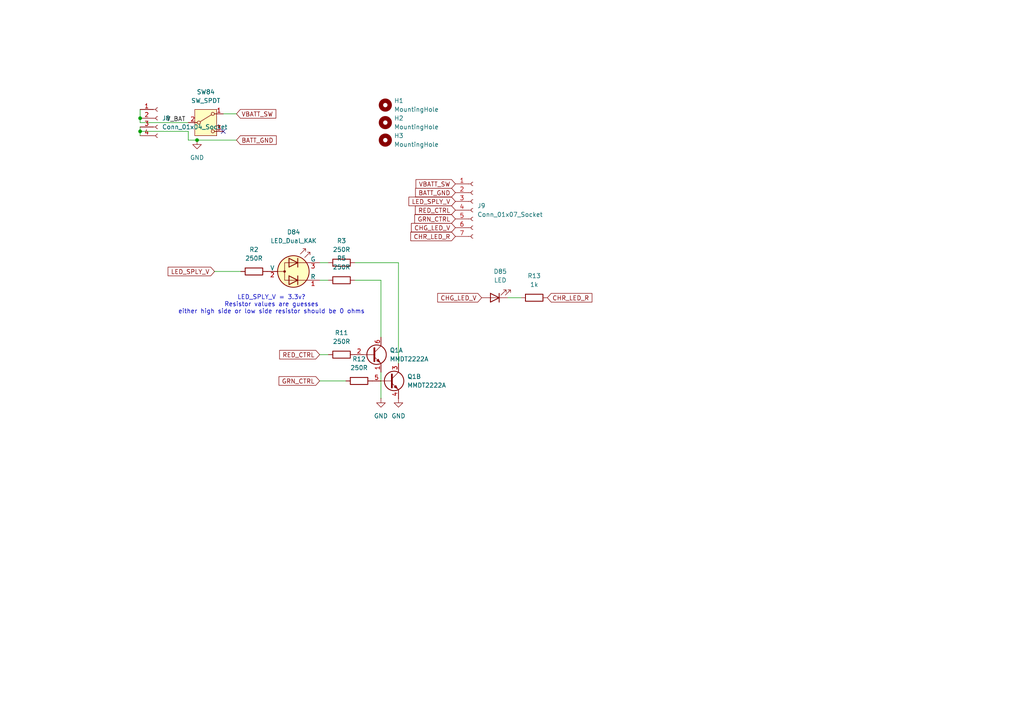
<source format=kicad_sch>
(kicad_sch (version 20231120) (generator "eeschema") (generator_version "8.0")
  (paper "A4")
  (lib_symbols
    (symbol "Connector:Conn_01x04_Socket" (pin_names (offset 1.016) hide)
      (property "Reference" "J" (at 0 5.08 0))
      (property "Value" "Conn_01x04_Socket" (at 0 -7.62 0))
      (symbol "Conn_01x04_Socket_1_1"
        (arc (start 0 -4.572) (mid -0.5058 -5.08) (end 0 -5.588) (stroke (width 0.1524)))
        (arc (start 0 -2.032) (mid -0.5058 -2.54) (end 0 -3.048) (stroke (width 0.1524)))
        (polyline (pts (xy -1.27 -5.08) (xy -0.508 -5.08)) (stroke (width 0.1524)))
        (polyline (pts (xy -1.27 -2.54) (xy -0.508 -2.54)) (stroke (width 0.1524)))
        (polyline (pts (xy -1.27 0) (xy -0.508 0)) (stroke (width 0.1524)))
        (polyline (pts (xy -1.27 2.54) (xy -0.508 2.54)) (stroke (width 0.1524)))
        (arc (start 0 0.508) (mid -0.5058 0) (end 0 -0.508) (stroke (width 0.1524)))
        (arc (start 0 3.048) (mid -0.5058 2.54) (end 0 2.032) (stroke (width 0.1524)))
        (pin passive line (at -5.08 2.54 0) (length 3.81) (name "Pin_1") (number "1"))
        (pin passive line (at -5.08 0 0) (length 3.81) (name "Pin_2") (number "2"))
        (pin passive line (at -5.08 -2.54 0) (length 3.81) (name "Pin_3") (number "3"))
        (pin passive line (at -5.08 -5.08 0) (length 3.81) (name "Pin_4") (number "4"))
      )
    )
    (symbol "Connector:Conn_01x07_Socket" (pin_names (offset 1.016) hide)
      (property "Reference" "J" (at 0 10.16 0))
      (property "Value" "Conn_01x07_Socket" (at 0 -10.16 0))
      (symbol "Conn_01x07_Socket_1_1"
        (arc (start 0 -7.112) (mid -0.5058 -7.62) (end 0 -8.128) (stroke (width 0.1524)))
        (arc (start 0 -4.572) (mid -0.5058 -5.08) (end 0 -5.588) (stroke (width 0.1524)))
        (arc (start 0 -2.032) (mid -0.5058 -2.54) (end 0 -3.048) (stroke (width 0.1524)))
        (polyline (pts (xy -1.27 -7.62) (xy -0.508 -7.62)) (stroke (width 0.1524)))
        (polyline (pts (xy -1.27 -5.08) (xy -0.508 -5.08)) (stroke (width 0.1524)))
        (polyline (pts (xy -1.27 -2.54) (xy -0.508 -2.54)) (stroke (width 0.1524)))
        (polyline (pts (xy -1.27 0) (xy -0.508 0)) (stroke (width 0.1524)))
        (polyline (pts (xy -1.27 2.54) (xy -0.508 2.54)) (stroke (width 0.1524)))
        (polyline (pts (xy -1.27 5.08) (xy -0.508 5.08)) (stroke (width 0.1524)))
        (polyline (pts (xy -1.27 7.62) (xy -0.508 7.62)) (stroke (width 0.1524)))
        (arc (start 0 0.508) (mid -0.5058 0) (end 0 -0.508) (stroke (width 0.1524)))
        (arc (start 0 3.048) (mid -0.5058 2.54) (end 0 2.032) (stroke (width 0.1524)))
        (arc (start 0 5.588) (mid -0.5058 5.08) (end 0 4.572) (stroke (width 0.1524)))
        (arc (start 0 8.128) (mid -0.5058 7.62) (end 0 7.112) (stroke (width 0.1524)))
        (pin passive line (at -5.08 7.62 0) (length 3.81) (name "Pin_1") (number "1"))
        (pin passive line (at -5.08 5.08 0) (length 3.81) (name "Pin_2") (number "2"))
        (pin passive line (at -5.08 2.54 0) (length 3.81) (name "Pin_3") (number "3"))
        (pin passive line (at -5.08 0 0) (length 3.81) (name "Pin_4") (number "4"))
        (pin passive line (at -5.08 -2.54 0) (length 3.81) (name "Pin_5") (number "5"))
        (pin passive line (at -5.08 -5.08 0) (length 3.81) (name "Pin_6") (number "6"))
        (pin passive line (at -5.08 -7.62 0) (length 3.81) (name "Pin_7") (number "7"))
      )
    )
    (symbol "Device:LED" (pin_numbers hide) (pin_names (offset 1.016) hide)
      (property "Reference" "D" (at 0 2.54 0))
      (property "Value" "LED" (at 0 -2.54 0))
      (symbol "LED_0_1"
        (polyline (pts (xy -1.27 -1.27) (xy -1.27 1.27)) (stroke (width 0.254)))
        (polyline (pts (xy -1.27 0) (xy 1.27 0)))
        (polyline (pts (xy 1.27 -1.27) (xy 1.27 1.27) (xy -1.27 0) (xy 1.27 -1.27)) (stroke (width 0.254)))
        (polyline (pts (xy -3.048 -0.762) (xy -4.572 -2.286) (xy -3.81 -2.286) (xy -4.572 -2.286) (xy -4.572 -1.524)))
        (polyline (pts (xy -1.778 -0.762) (xy -3.302 -2.286) (xy -2.54 -2.286) (xy -3.302 -2.286) (xy -3.302 -1.524)))
      )
      (symbol "LED_1_1"
        (pin passive line (at -3.81 0 0) (length 2.54) (name "K") (number "1"))
        (pin passive line (at 3.81 0 180) (length 2.54) (name "A") (number "2"))
      )
    )
    (symbol "Device:LED_Dual_KAK" (pin_names (offset 0))
      (property "Reference" "D1" (at 0.0635 11.43 0))
      (property "Value" "LED_Dual_KAK" (at 0.0635 8.89 0))
      (symbol "LED_Dual_KAK_0_1"
        (circle (center -2.54 0) (radius 0.2794) (fill (type outline)))
        (polyline (pts (xy -4.572 0) (xy -2.54 0)))
        (polyline (pts (xy 1.27 -1.27) (xy 1.27 -3.81)) (stroke (width 0.254)))
        (polyline (pts (xy 1.27 3.81) (xy 1.27 1.27)) (stroke (width 0.254)))
        (polyline (pts (xy 3.81 -2.54) (xy 1.905 -2.54)))
        (polyline (pts (xy 3.81 2.54) (xy 1.905 2.54)))
        (polyline (pts (xy -1.27 -1.27) (xy -1.27 -3.81) (xy 1.27 -2.54) (xy -1.27 -1.27)) (stroke (width 0.254)))
        (polyline (pts (xy -1.27 3.81) (xy -1.27 1.27) (xy 1.27 2.54) (xy -1.27 3.81)) (stroke (width 0.254)))
        (polyline (pts (xy 2.032 2.54) (xy -2.54 2.54) (xy -2.54 -2.54) (xy 2.032 -2.54)))
        (polyline (pts (xy 2.032 5.08) (xy 3.556 6.604) (xy 2.794 6.604) (xy 3.556 6.604) (xy 3.556 5.842)))
        (polyline (pts (xy 3.302 4.064) (xy 4.826 5.588) (xy 4.064 5.588) (xy 4.826 5.588) (xy 4.826 4.826)))
        (circle (center 0 0) (radius 4.572) (stroke (width 0.254)) (fill (type background)))
      )
      (symbol "LED_Dual_KAK_1_1"
        (pin input line (at 7.62 -2.54 180) (length 3.81) (name "R") (number "1"))
        (pin input line (at -7.62 0 0) (length 3.048) (name "V") (number "2"))
        (pin input line (at 7.62 2.54 180) (length 3.81) (name "G") (number "3"))
      )
    )
    (symbol "Device:R" (pin_numbers hide) (pin_names (offset 0))
      (property "Reference" "R" (at 2.032 0 90))
      (property "Value" "R" (at 0 0 90))
      (symbol "R_0_1"
        (rectangle (start -1.016 -2.54) (end 1.016 2.54) (stroke (width 0.254)))
      )
      (symbol "R_1_1"
        (pin passive line (at 0 3.81 270) (length 1.27) (name "~") (number "1"))
        (pin passive line (at 0 -3.81 90) (length 1.27) (name "~") (number "2"))
      )
    )
    (symbol "Mechanical:MountingHole" (pin_names (offset 1.016)) (exclude_from_sim yes) (in_bom no)
      (property "Reference" "H" (at 0 5.08 0))
      (property "Value" "MountingHole" (at 0 3.175 0))
      (symbol "MountingHole_0_1"
        (circle (center 0 0) (radius 1.27) (stroke (width 1.27)))
      )
    )
    (symbol "Switch:SW_SPDT" (pin_names (offset 0) hide)
      (property "Reference" "SW" (at 0 5.08 0))
      (property "Value" "SW_SPDT" (at 0 -5.08 0))
      (symbol "SW_SPDT_0_1"
        (circle (center -2.032 0) (radius 0.4572))
        (polyline (pts (xy -1.651 0.254) (xy 1.651 2.286)))
        (circle (center 2.032 -2.54) (radius 0.4572))
        (circle (center 2.032 2.54) (radius 0.4572))
      )
      (symbol "SW_SPDT_1_1"
        (rectangle (start -3.175 3.81) (end 3.175 -3.81) (fill (type background)))
        (pin passive line (at 5.08 2.54 180) (length 2.54) (name "A") (number "1"))
        (pin passive line (at -5.08 0 0) (length 2.54) (name "B") (number "2"))
        (pin passive line (at 5.08 -2.54 180) (length 2.54) (name "C") (number "3"))
      )
    )
    (symbol "Transistor_BJT:MMDT2222A" (pin_names (offset 0) hide)
      (property "Reference" "Q" (at 5.08 1.27 0))
      (property "Value" "MMDT2222A" (at 5.08 -1.27 0))
      (symbol "MMDT2222A_0_1"
        (polyline (pts (xy 0.635 0) (xy -2.54 0)))
        (polyline (pts (xy 0.635 0.635) (xy 2.54 2.54)))
        (polyline (pts (xy 0.635 -0.635) (xy 2.54 -2.54) (xy 2.54 -2.54)))
        (polyline (pts (xy 0.635 1.905) (xy 0.635 -1.905) (xy 0.635 -1.905)) (stroke (width 0.508)))
        (polyline (pts (xy 1.27 -1.778) (xy 1.778 -1.27) (xy 2.286 -2.286) (xy 1.27 -1.778) (xy 1.27 -1.778)) (fill (type outline)))
        (circle (center 1.27 0) (radius 2.8194) (stroke (width 0.254)))
      )
      (symbol "MMDT2222A_1_1"
        (pin passive line (at 2.54 -5.08 90) (length 2.54) (name "E1") (number "1"))
        (pin input line (at -5.08 0 0) (length 2.54) (name "B1") (number "2"))
        (pin passive line (at 2.54 5.08 270) (length 2.54) (name "C1") (number "6"))
      )
      (symbol "MMDT2222A_2_1"
        (pin passive line (at 2.54 5.08 270) (length 2.54) (name "C2") (number "3"))
        (pin passive line (at 2.54 -5.08 90) (length 2.54) (name "E2") (number "4"))
        (pin input line (at -5.08 0 0) (length 2.54) (name "B2") (number "5"))
      )
    )
    (symbol "power:GND" (power) (pin_numbers hide) (pin_names (offset 0) hide)
      (property "Value" "GND" (at 0 -3.81 0))
      (symbol "GND_0_1"
        (polyline (pts (xy 0 0) (xy 0 -1.27) (xy 1.27 -1.27) (xy 0 -2.54) (xy -1.27 -1.27) (xy 0 -1.27)))
      )
      (symbol "GND_1_1"
        (pin power_in line (at 0 0 270) (length 0) (name "~") (number "1"))
      )
    )
  )
  (junction (at 57.15 40.64))
  (junction (at 40.64 34.29))
  (junction (at 40.64 38.1))
  (no_connect (at 64.77 38.1))
  (wire (pts (xy 57.15 40.64) (xy 68.58 40.64)))
  (wire (pts (xy 40.64 35.56) (xy 40.64 34.29)))
  (wire (pts (xy 40.64 35.56) (xy 54.61 35.56)))
  (wire (pts (xy 110.49 115.57) (xy 110.49 107.95)))
  (wire (pts (xy 54.61 40.64) (xy 54.61 38.1)))
  (wire (pts (xy 64.77 33.02) (xy 68.58 33.02)))
  (wire (pts (xy 40.64 38.1) (xy 40.64 36.83)))
  (wire (pts (xy 92.71 110.49) (xy 100.33 110.49)))
  (wire (pts (xy 102.87 81.28) (xy 110.49 81.28)))
  (wire (pts (xy 92.71 81.28) (xy 95.25 81.28)))
  (wire (pts (xy 102.87 76.2) (xy 115.57 76.2)))
  (wire (pts (xy 40.64 34.29) (xy 40.64 31.75)))
  (wire (pts (xy 110.49 81.28) (xy 110.49 97.79)))
  (wire (pts (xy 151.13 86.36) (xy 147.32 86.36)))
  (wire (pts (xy 40.64 38.1) (xy 40.64 39.37)))
  (wire (pts (xy 115.57 76.2) (xy 115.57 105.41)))
  (wire (pts (xy 92.71 76.2) (xy 95.25 76.2)))
  (wire (pts (xy 62.23 78.74) (xy 69.85 78.74)))
  (wire (pts (xy 92.71 102.87) (xy 95.25 102.87)))
  (wire (pts (xy 57.15 40.64) (xy 54.61 40.64)))
  (wire (pts (xy 40.64 38.1) (xy 54.61 38.1)))
  (text "LED_SPLY_V = 3.3v?\nResistor values are guesses\neither high side or low side resistor should be 0 ohms" (at 78.74 88.392 0) (effects (font (size 1.27 1.27))))
  (label "V_BAT" (at 48.26 35.56 0))
  (global_label "BATT_GND" (shape input) (at 132.08 55.88 180) (property "Intersheetrefs" "${INTERSHEET_REFS}" (effects (hide yes))))
  (global_label "LED_SPLY_V" (shape input) (at 132.08 58.42 180) (property "Intersheetrefs" "${INTERSHEET_REFS}" (effects (hide yes))))
  (global_label "LED_SPLY_V" (shape input) (at 62.23 78.74 180) (property "Intersheetrefs" "${INTERSHEET_REFS}" (effects (hide yes))))
  (global_label "CHR_LED_R" (shape input) (at 158.75 86.36 0) (property "Intersheetrefs" "${INTERSHEET_REFS}" (effects (hide yes))))
  (global_label "RED_CTRL" (shape input) (at 92.71 102.87 180) (property "Intersheetrefs" "${INTERSHEET_REFS}" (effects (hide yes))))
  (global_label "CHG_LED_V" (shape input) (at 132.08 66.04 180) (property "Intersheetrefs" "${INTERSHEET_REFS}" (effects (hide yes))))
  (global_label "RED_CTRL" (shape input) (at 132.08 60.96 180) (property "Intersheetrefs" "${INTERSHEET_REFS}" (effects (hide yes))))
  (global_label "BATT_GND" (shape input) (at 68.58 40.64 0) (property "Intersheetrefs" "${INTERSHEET_REFS}" (effects (hide yes))))
  (global_label "CHG_LED_V" (shape input) (at 139.7 86.36 180) (property "Intersheetrefs" "${INTERSHEET_REFS}" (effects (hide yes))))
  (global_label "GRN_CTRL" (shape input) (at 92.71 110.49 180) (property "Intersheetrefs" "${INTERSHEET_REFS}" (effects (hide yes))))
  (global_label "VBATT_SW" (shape input) (at 68.58 33.02 0) (property "Intersheetrefs" "${INTERSHEET_REFS}" (effects (hide yes))))
  (global_label "GRN_CTRL" (shape input) (at 132.08 63.5 180) (property "Intersheetrefs" "${INTERSHEET_REFS}" (effects (hide yes))))
  (global_label "CHR_LED_R" (shape input) (at 132.08 68.58 180) (property "Intersheetrefs" "${INTERSHEET_REFS}" (effects (hide yes))))
  (global_label "VBATT_SW" (shape input) (at 132.08 53.34 180) (property "Intersheetrefs" "${INTERSHEET_REFS}" (effects (hide yes))))
  (symbol (lib_id "Transistor_BJT:MMDT2222A") (at 107.95 102.87 0) (unit 1)
    (property "Reference" "Q1" (at 113.03 101.5999 0) (effects (justify left)))
    (property "Value" "MMDT2222A" (at 113.03 104.1399 0) (effects (justify left)))
    (property "Footprint" "Package_TO_SOT_SMD:SOT-363_SC-70-6" (effects (hide yes)))
    (property "Datasheet" "http://www.diodes.com/_files/datasheets/ds30125.pdf" (effects (hide yes)))
    (property "Description" "600mA IC, 40V Vce, Dual NPN/NPN Transistors, SOT-363" (effects (hide yes)))
  )
  (symbol (lib_id "Device:LED_Dual_KAK") (at 85.09 78.74 0) (unit 1)
    (property "Reference" "D84" (at 85.1535 67.31 0))
    (property "Value" "LED_Dual_KAK" (at 85.1535 69.85 0))
    (property "Footprint" "JohnDeereLibrary:LED_Wurth_WL-SBSW" (effects (hide yes)))
    (property "Description" "Dual LED, common anode on pin 2" (effects (hide yes)))
  )
  (symbol (lib_id "Device:R") (at 104.14 110.49 90) (unit 1)
    (property "Reference" "R12" (at 104.14 104.14 90))
    (property "Value" "250R" (at 104.14 106.68 90))
    (property "Footprint" "Resistor_SMD:R_0603_1608Metric" (effects (hide yes)))
    (property "Description" "Resistor" (effects (hide yes)))
  )
  (symbol (lib_id "Connector:Conn_01x04_Socket") (at 45.72 34.29 0) (unit 1)
    (property "Reference" "J8" (at 46.99 34.2899 0) (effects (justify left)))
    (property "Value" "Conn_01x04_Socket" (at 46.99 36.8299 0) (effects (justify left)))
    (property "Footprint" "JohnDeereLibrary:4_pad_connector" (effects (hide yes)))
    (property "Description" "Generic connector, single row, 01x04, script generated" (effects (hide yes)))
  )
  (symbol (lib_id "power:GND") (at 110.49 115.57 0) (unit 1)
    (property "Reference" "#PWR02" (effects (hide yes)))
    (property "Value" "GND" (at 110.49 120.65 0))
    (property "Description" "Power symbol creates a global label with name \"GND\" , ground" (effects (hide yes)))
  )
  (symbol (lib_id "Device:R") (at 154.94 86.36 90) (unit 1)
    (property "Reference" "R13" (at 154.94 80.01 90))
    (property "Value" "1k" (at 154.94 82.55 90))
    (property "Footprint" "Resistor_SMD:R_0603_1608Metric" (effects (hide yes)))
    (property "Description" "Resistor" (effects (hide yes)))
  )
  (symbol (lib_id "power:GND") (at 115.57 115.57 0) (unit 1)
    (property "Reference" "#PWR03" (effects (hide yes)))
    (property "Value" "GND" (at 115.57 120.65 0))
    (property "Description" "Power symbol creates a global label with name \"GND\" , ground" (effects (hide yes)))
  )
  (symbol (lib_id "Transistor_BJT:MMDT2222A") (at 113.03 110.49 0) (unit 2)
    (property "Reference" "Q1" (at 118.11 109.2199 0) (effects (justify left)))
    (property "Value" "MMDT2222A" (at 118.11 111.7599 0) (effects (justify left)))
    (property "Footprint" "Package_TO_SOT_SMD:SOT-363_SC-70-6" (effects (hide yes)))
    (property "Datasheet" "http://www.diodes.com/_files/datasheets/ds30125.pdf" (effects (hide yes)))
    (property "Description" "600mA IC, 40V Vce, Dual NPN/NPN Transistors, SOT-363" (effects (hide yes)))
  )
  (symbol (lib_id "Device:R") (at 99.06 81.28 90) (unit 1)
    (property "Reference" "R5" (at 99.06 74.93 90))
    (property "Value" "250R" (at 99.06 77.47 90))
    (property "Footprint" "Resistor_SMD:R_0603_1608Metric" (effects (hide yes)))
    (property "Description" "Resistor" (effects (hide yes)))
  )
  (symbol (lib_id "Connector:Conn_01x07_Socket") (at 137.16 60.96 0) (unit 1)
    (property "Reference" "J9" (at 138.43 59.6899 0) (effects (justify left)))
    (property "Value" "Conn_01x07_Socket" (at 138.43 62.2299 0) (effects (justify left)))
    (property "Footprint" "JohnDeereLibrary:7_pad_connector" (effects (hide yes)))
    (property "Description" "Generic connector, single row, 01x07, script generated" (effects (hide yes)))
  )
  (symbol (lib_id "Mechanical:MountingHole") (at 111.76 40.64 0) (unit 1) (exclude_from_sim yes) (in_bom no)
    (property "Reference" "H3" (at 114.3 39.3699 0) (effects (justify left)))
    (property "Value" "MountingHole" (at 114.3 41.9099 0) (effects (justify left)))
    (property "Footprint" "MountingHole:MountingHole_2.7mm_M2.5" (effects (hide yes)))
    (property "Description" "Mounting Hole without connection" (effects (hide yes)))
  )
  (symbol (lib_id "Mechanical:MountingHole") (at 111.76 35.56 0) (unit 1) (exclude_from_sim yes) (in_bom no)
    (property "Reference" "H2" (at 114.3 34.2899 0) (effects (justify left)))
    (property "Value" "MountingHole" (at 114.3 36.8299 0) (effects (justify left)))
    (property "Footprint" "MountingHole:MountingHole_2.7mm_M2.5" (effects (hide yes)))
    (property "Description" "Mounting Hole without connection" (effects (hide yes)))
  )
  (symbol (lib_id "Device:R") (at 99.06 76.2 90) (unit 1)
    (property "Reference" "R3" (at 99.06 69.85 90))
    (property "Value" "250R" (at 99.06 72.39 90))
    (property "Footprint" "Resistor_SMD:R_0603_1608Metric" (effects (hide yes)))
    (property "Description" "Resistor" (effects (hide yes)))
  )
  (symbol (lib_id "Switch:SW_SPDT") (at 59.69 35.56 0) (unit 1)
    (property "Reference" "SW84" (at 59.69 26.67 0))
    (property "Value" "SW_SPDT" (at 59.69 29.21 0))
    (property "Footprint" "JohnDeereLibrary:ET01MD1CBE" (effects (hide yes)))
    (property "Description" "Switch, single pole double throw" (effects (hide yes)))
  )
  (symbol (lib_id "Device:R") (at 99.06 102.87 90) (unit 1)
    (property "Reference" "R11" (at 99.06 96.52 90))
    (property "Value" "250R" (at 99.06 99.06 90))
    (property "Footprint" "Resistor_SMD:R_0603_1608Metric" (effects (hide yes)))
    (property "Description" "Resistor" (effects (hide yes)))
  )
  (symbol (lib_id "power:GND") (at 57.15 40.64 0) (unit 1)
    (property "Reference" "#PWR01" (effects (hide yes)))
    (property "Value" "GND" (at 57.15 45.72 0))
    (property "Description" "Power symbol creates a global label with name \"GND\" , ground" (effects (hide yes)))
  )
  (symbol (lib_id "Mechanical:MountingHole") (at 111.76 30.48 0) (unit 1) (exclude_from_sim yes) (in_bom no)
    (property "Reference" "H1" (at 114.3 29.2099 0) (effects (justify left)))
    (property "Value" "MountingHole" (at 114.3 31.7499 0) (effects (justify left)))
    (property "Footprint" "MountingHole:MountingHole_2.7mm_M2.5" (effects (hide yes)))
    (property "Description" "Mounting Hole without connection" (effects (hide yes)))
  )
  (symbol (lib_id "Device:R") (at 73.66 78.74 90) (unit 1)
    (property "Reference" "R2" (at 73.66 72.39 90))
    (property "Value" "250R" (at 73.66 74.93 90))
    (property "Footprint" "Resistor_SMD:R_0603_1608Metric" (effects (hide yes)))
    (property "Description" "Resistor" (effects (hide yes)))
  )
  (symbol (lib_id "Device:LED") (at 143.51 86.36 180) (unit 1)
    (property "Reference" "D85" (at 145.0975 78.74 0))
    (property "Value" "LED" (at 145.0975 81.28 0))
    (property "Footprint" "JohnDeereLibrary:LED_WURTH_155060AS75300" (effects (hide yes)))
    (property "Description" "Light emitting diode" (effects (hide yes)))
  )
)
</source>
